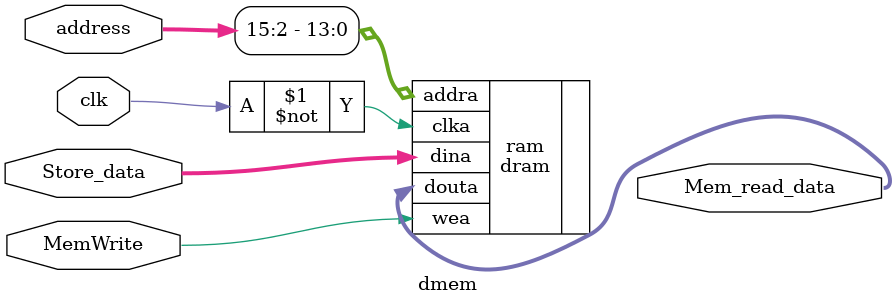
<source format=v>
`timescale 1ns / 1ps


module dmem(
        input [31:0] address,
        input [31:0] Store_data,
        input MemWrite,
        input clk,
        output [31:0] Mem_read_data
    );
 dram ram(
        .clka(~clk),
        .wea(MemWrite),
        .addra(address[15:2]),
        .dina(Store_data),
        .douta(Mem_read_data)
    );
endmodule

</source>
